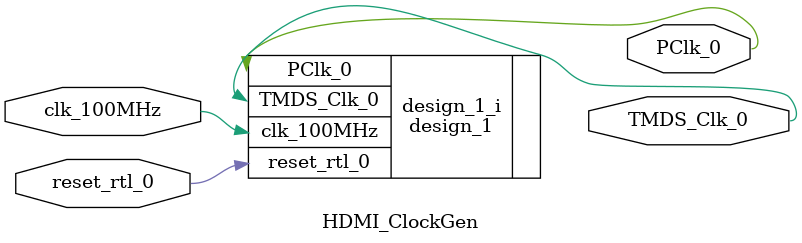
<source format=v>
`timescale 1 ps / 1 ps

module HDMI_ClockGen
   (PClk_0,
    TMDS_Clk_0,
    clk_100MHz,
    reset_rtl_0);
  output PClk_0;
  output TMDS_Clk_0;
  input clk_100MHz;
  input reset_rtl_0;

  wire PClk_0;
  wire TMDS_Clk_0;
  wire clk_100MHz;
  wire reset_rtl_0;

  design_1 design_1_i
       (.PClk_0(PClk_0),
        .TMDS_Clk_0(TMDS_Clk_0),
        .clk_100MHz(clk_100MHz),
        .reset_rtl_0(reset_rtl_0));
endmodule

</source>
